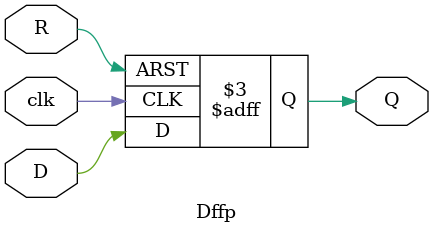
<source format=v>
module Dffp(Q,D,R,clk);
  input D,R,clk;
  output Q;
  reg Q;
  /*wire w1,w2,w3,w4,w6;
  wire b1,b4,b3;
  nand (Q,w1,w6);
  nand (w6,w2,Q,R);
  nand (w3,w2,D,R);
  nand (w1,b4,clk,R);
  buf (b1,w1);
  buf (b4,w4);
  buf (b3,w3);
  nand (w2,b1,b3,clk);
  nand (w4,w3,w1);*/
  always @(posedge clk, negedge R)
  begin
  if(!R)
  Q<=1'b0;
else
  Q<=D;
  end
endmodule

  

</source>
